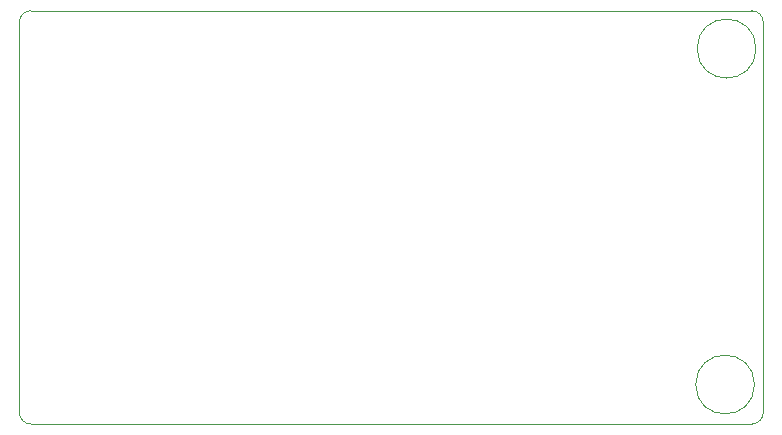
<source format=gbr>
%TF.GenerationSoftware,KiCad,Pcbnew,7.0.5-0*%
%TF.CreationDate,2024-04-28T23:55:43+02:00*%
%TF.ProjectId,esp32-eter,65737033-322d-4657-9465-722e6b696361,rev?*%
%TF.SameCoordinates,Original*%
%TF.FileFunction,Profile,NP*%
%FSLAX46Y46*%
G04 Gerber Fmt 4.6, Leading zero omitted, Abs format (unit mm)*
G04 Created by KiCad (PCBNEW 7.0.5-0) date 2024-04-28 23:55:43*
%MOMM*%
%LPD*%
G01*
G04 APERTURE LIST*
%TA.AperFunction,Profile*%
%ADD10C,0.100000*%
%TD*%
G04 APERTURE END LIST*
D10*
X129246765Y-81656764D02*
G75*
G03*
X129246765Y-81656764I-2486765J0D01*
G01*
X68000000Y-50000000D02*
G75*
G03*
X67000000Y-51000000I0J-1000000D01*
G01*
X67000000Y-84000000D02*
G75*
G03*
X68000000Y-85000000I1000000J0D01*
G01*
X130000000Y-51000000D02*
G75*
G03*
X129000000Y-50000000I-1000000J0D01*
G01*
X130000000Y-84000000D02*
X130000000Y-51000000D01*
X67000000Y-51000000D02*
X67000000Y-83000000D01*
X129000000Y-85000000D02*
X68000000Y-85000000D01*
X129000000Y-85000000D02*
G75*
G03*
X130000000Y-84000000I0J1000000D01*
G01*
X129379348Y-53210000D02*
G75*
G03*
X129379348Y-53210000I-2494674J0D01*
G01*
X67000000Y-83000000D02*
X67000000Y-84000000D01*
X129000000Y-50000000D02*
X68000000Y-50000000D01*
M02*

</source>
